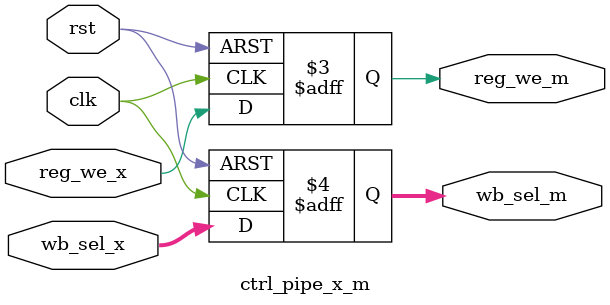
<source format=v>
module ctrl_pipe_x_m(clk, rst, reg_we_x, wb_sel_x,
                     reg_we_m, wb_sel_m);


    input clk, rst, reg_we_x;
    input [1:0] wb_sel_x;


    output reg reg_we_m;
    output reg [1:0] wb_sel_m;

    initial begin
        reg_we_m = 1'b0;
        wb_sel_m = 2'd0;

    end
        

    always @(posedge clk or posedge rst) begin
            if (rst) begin
                reg_we_m  <= 1'b0;
                wb_sel_m  <= 2'd0;
            end else begin
                reg_we_m  <= reg_we_x;
                wb_sel_m  <= wb_sel_x;
            end
    end



endmodule // REGISTER
</source>
